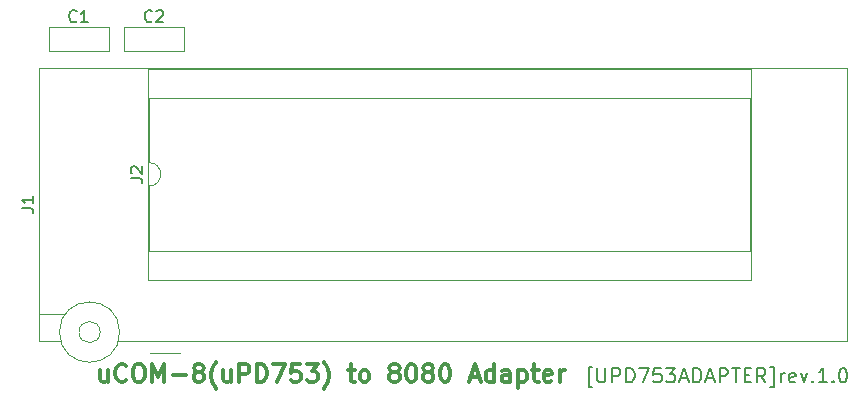
<source format=gbr>
%TF.GenerationSoftware,KiCad,Pcbnew,8.0.4*%
%TF.CreationDate,2024-09-01T17:43:29+09:00*%
%TF.ProjectId,uPD753adapter,75504437-3533-4616-9461-707465722e6b,rev?*%
%TF.SameCoordinates,Original*%
%TF.FileFunction,Legend,Top*%
%TF.FilePolarity,Positive*%
%FSLAX46Y46*%
G04 Gerber Fmt 4.6, Leading zero omitted, Abs format (unit mm)*
G04 Created by KiCad (PCBNEW 8.0.4) date 2024-09-01 17:43:29*
%MOMM*%
%LPD*%
G01*
G04 APERTURE LIST*
%ADD10C,0.300000*%
%ADD11C,0.150000*%
%ADD12C,0.120000*%
G04 APERTURE END LIST*
D10*
X8817368Y-31820828D02*
X8817368Y-32820828D01*
X8174510Y-31820828D02*
X8174510Y-32606542D01*
X8174510Y-32606542D02*
X8245939Y-32749400D01*
X8245939Y-32749400D02*
X8388796Y-32820828D01*
X8388796Y-32820828D02*
X8603082Y-32820828D01*
X8603082Y-32820828D02*
X8745939Y-32749400D01*
X8745939Y-32749400D02*
X8817368Y-32677971D01*
X10388796Y-32677971D02*
X10317368Y-32749400D01*
X10317368Y-32749400D02*
X10103082Y-32820828D01*
X10103082Y-32820828D02*
X9960225Y-32820828D01*
X9960225Y-32820828D02*
X9745939Y-32749400D01*
X9745939Y-32749400D02*
X9603082Y-32606542D01*
X9603082Y-32606542D02*
X9531653Y-32463685D01*
X9531653Y-32463685D02*
X9460225Y-32177971D01*
X9460225Y-32177971D02*
X9460225Y-31963685D01*
X9460225Y-31963685D02*
X9531653Y-31677971D01*
X9531653Y-31677971D02*
X9603082Y-31535114D01*
X9603082Y-31535114D02*
X9745939Y-31392257D01*
X9745939Y-31392257D02*
X9960225Y-31320828D01*
X9960225Y-31320828D02*
X10103082Y-31320828D01*
X10103082Y-31320828D02*
X10317368Y-31392257D01*
X10317368Y-31392257D02*
X10388796Y-31463685D01*
X11317368Y-31320828D02*
X11603082Y-31320828D01*
X11603082Y-31320828D02*
X11745939Y-31392257D01*
X11745939Y-31392257D02*
X11888796Y-31535114D01*
X11888796Y-31535114D02*
X11960225Y-31820828D01*
X11960225Y-31820828D02*
X11960225Y-32320828D01*
X11960225Y-32320828D02*
X11888796Y-32606542D01*
X11888796Y-32606542D02*
X11745939Y-32749400D01*
X11745939Y-32749400D02*
X11603082Y-32820828D01*
X11603082Y-32820828D02*
X11317368Y-32820828D01*
X11317368Y-32820828D02*
X11174511Y-32749400D01*
X11174511Y-32749400D02*
X11031653Y-32606542D01*
X11031653Y-32606542D02*
X10960225Y-32320828D01*
X10960225Y-32320828D02*
X10960225Y-31820828D01*
X10960225Y-31820828D02*
X11031653Y-31535114D01*
X11031653Y-31535114D02*
X11174511Y-31392257D01*
X11174511Y-31392257D02*
X11317368Y-31320828D01*
X12603082Y-32820828D02*
X12603082Y-31320828D01*
X12603082Y-31320828D02*
X13103082Y-32392257D01*
X13103082Y-32392257D02*
X13603082Y-31320828D01*
X13603082Y-31320828D02*
X13603082Y-32820828D01*
X14317368Y-32249400D02*
X15460226Y-32249400D01*
X16388797Y-31963685D02*
X16245940Y-31892257D01*
X16245940Y-31892257D02*
X16174511Y-31820828D01*
X16174511Y-31820828D02*
X16103083Y-31677971D01*
X16103083Y-31677971D02*
X16103083Y-31606542D01*
X16103083Y-31606542D02*
X16174511Y-31463685D01*
X16174511Y-31463685D02*
X16245940Y-31392257D01*
X16245940Y-31392257D02*
X16388797Y-31320828D01*
X16388797Y-31320828D02*
X16674511Y-31320828D01*
X16674511Y-31320828D02*
X16817369Y-31392257D01*
X16817369Y-31392257D02*
X16888797Y-31463685D01*
X16888797Y-31463685D02*
X16960226Y-31606542D01*
X16960226Y-31606542D02*
X16960226Y-31677971D01*
X16960226Y-31677971D02*
X16888797Y-31820828D01*
X16888797Y-31820828D02*
X16817369Y-31892257D01*
X16817369Y-31892257D02*
X16674511Y-31963685D01*
X16674511Y-31963685D02*
X16388797Y-31963685D01*
X16388797Y-31963685D02*
X16245940Y-32035114D01*
X16245940Y-32035114D02*
X16174511Y-32106542D01*
X16174511Y-32106542D02*
X16103083Y-32249400D01*
X16103083Y-32249400D02*
X16103083Y-32535114D01*
X16103083Y-32535114D02*
X16174511Y-32677971D01*
X16174511Y-32677971D02*
X16245940Y-32749400D01*
X16245940Y-32749400D02*
X16388797Y-32820828D01*
X16388797Y-32820828D02*
X16674511Y-32820828D01*
X16674511Y-32820828D02*
X16817369Y-32749400D01*
X16817369Y-32749400D02*
X16888797Y-32677971D01*
X16888797Y-32677971D02*
X16960226Y-32535114D01*
X16960226Y-32535114D02*
X16960226Y-32249400D01*
X16960226Y-32249400D02*
X16888797Y-32106542D01*
X16888797Y-32106542D02*
X16817369Y-32035114D01*
X16817369Y-32035114D02*
X16674511Y-31963685D01*
X18031654Y-33392257D02*
X17960225Y-33320828D01*
X17960225Y-33320828D02*
X17817368Y-33106542D01*
X17817368Y-33106542D02*
X17745940Y-32963685D01*
X17745940Y-32963685D02*
X17674511Y-32749400D01*
X17674511Y-32749400D02*
X17603082Y-32392257D01*
X17603082Y-32392257D02*
X17603082Y-32106542D01*
X17603082Y-32106542D02*
X17674511Y-31749400D01*
X17674511Y-31749400D02*
X17745940Y-31535114D01*
X17745940Y-31535114D02*
X17817368Y-31392257D01*
X17817368Y-31392257D02*
X17960225Y-31177971D01*
X17960225Y-31177971D02*
X18031654Y-31106542D01*
X19245940Y-31820828D02*
X19245940Y-32820828D01*
X18603082Y-31820828D02*
X18603082Y-32606542D01*
X18603082Y-32606542D02*
X18674511Y-32749400D01*
X18674511Y-32749400D02*
X18817368Y-32820828D01*
X18817368Y-32820828D02*
X19031654Y-32820828D01*
X19031654Y-32820828D02*
X19174511Y-32749400D01*
X19174511Y-32749400D02*
X19245940Y-32677971D01*
X19960225Y-32820828D02*
X19960225Y-31320828D01*
X19960225Y-31320828D02*
X20531654Y-31320828D01*
X20531654Y-31320828D02*
X20674511Y-31392257D01*
X20674511Y-31392257D02*
X20745940Y-31463685D01*
X20745940Y-31463685D02*
X20817368Y-31606542D01*
X20817368Y-31606542D02*
X20817368Y-31820828D01*
X20817368Y-31820828D02*
X20745940Y-31963685D01*
X20745940Y-31963685D02*
X20674511Y-32035114D01*
X20674511Y-32035114D02*
X20531654Y-32106542D01*
X20531654Y-32106542D02*
X19960225Y-32106542D01*
X21460225Y-32820828D02*
X21460225Y-31320828D01*
X21460225Y-31320828D02*
X21817368Y-31320828D01*
X21817368Y-31320828D02*
X22031654Y-31392257D01*
X22031654Y-31392257D02*
X22174511Y-31535114D01*
X22174511Y-31535114D02*
X22245940Y-31677971D01*
X22245940Y-31677971D02*
X22317368Y-31963685D01*
X22317368Y-31963685D02*
X22317368Y-32177971D01*
X22317368Y-32177971D02*
X22245940Y-32463685D01*
X22245940Y-32463685D02*
X22174511Y-32606542D01*
X22174511Y-32606542D02*
X22031654Y-32749400D01*
X22031654Y-32749400D02*
X21817368Y-32820828D01*
X21817368Y-32820828D02*
X21460225Y-32820828D01*
X22817368Y-31320828D02*
X23817368Y-31320828D01*
X23817368Y-31320828D02*
X23174511Y-32820828D01*
X25103082Y-31320828D02*
X24388796Y-31320828D01*
X24388796Y-31320828D02*
X24317368Y-32035114D01*
X24317368Y-32035114D02*
X24388796Y-31963685D01*
X24388796Y-31963685D02*
X24531654Y-31892257D01*
X24531654Y-31892257D02*
X24888796Y-31892257D01*
X24888796Y-31892257D02*
X25031654Y-31963685D01*
X25031654Y-31963685D02*
X25103082Y-32035114D01*
X25103082Y-32035114D02*
X25174511Y-32177971D01*
X25174511Y-32177971D02*
X25174511Y-32535114D01*
X25174511Y-32535114D02*
X25103082Y-32677971D01*
X25103082Y-32677971D02*
X25031654Y-32749400D01*
X25031654Y-32749400D02*
X24888796Y-32820828D01*
X24888796Y-32820828D02*
X24531654Y-32820828D01*
X24531654Y-32820828D02*
X24388796Y-32749400D01*
X24388796Y-32749400D02*
X24317368Y-32677971D01*
X25674510Y-31320828D02*
X26603082Y-31320828D01*
X26603082Y-31320828D02*
X26103082Y-31892257D01*
X26103082Y-31892257D02*
X26317367Y-31892257D01*
X26317367Y-31892257D02*
X26460225Y-31963685D01*
X26460225Y-31963685D02*
X26531653Y-32035114D01*
X26531653Y-32035114D02*
X26603082Y-32177971D01*
X26603082Y-32177971D02*
X26603082Y-32535114D01*
X26603082Y-32535114D02*
X26531653Y-32677971D01*
X26531653Y-32677971D02*
X26460225Y-32749400D01*
X26460225Y-32749400D02*
X26317367Y-32820828D01*
X26317367Y-32820828D02*
X25888796Y-32820828D01*
X25888796Y-32820828D02*
X25745939Y-32749400D01*
X25745939Y-32749400D02*
X25674510Y-32677971D01*
X27103081Y-33392257D02*
X27174510Y-33320828D01*
X27174510Y-33320828D02*
X27317367Y-33106542D01*
X27317367Y-33106542D02*
X27388796Y-32963685D01*
X27388796Y-32963685D02*
X27460224Y-32749400D01*
X27460224Y-32749400D02*
X27531653Y-32392257D01*
X27531653Y-32392257D02*
X27531653Y-32106542D01*
X27531653Y-32106542D02*
X27460224Y-31749400D01*
X27460224Y-31749400D02*
X27388796Y-31535114D01*
X27388796Y-31535114D02*
X27317367Y-31392257D01*
X27317367Y-31392257D02*
X27174510Y-31177971D01*
X27174510Y-31177971D02*
X27103081Y-31106542D01*
X29174510Y-31820828D02*
X29745938Y-31820828D01*
X29388795Y-31320828D02*
X29388795Y-32606542D01*
X29388795Y-32606542D02*
X29460224Y-32749400D01*
X29460224Y-32749400D02*
X29603081Y-32820828D01*
X29603081Y-32820828D02*
X29745938Y-32820828D01*
X30460224Y-32820828D02*
X30317367Y-32749400D01*
X30317367Y-32749400D02*
X30245938Y-32677971D01*
X30245938Y-32677971D02*
X30174510Y-32535114D01*
X30174510Y-32535114D02*
X30174510Y-32106542D01*
X30174510Y-32106542D02*
X30245938Y-31963685D01*
X30245938Y-31963685D02*
X30317367Y-31892257D01*
X30317367Y-31892257D02*
X30460224Y-31820828D01*
X30460224Y-31820828D02*
X30674510Y-31820828D01*
X30674510Y-31820828D02*
X30817367Y-31892257D01*
X30817367Y-31892257D02*
X30888796Y-31963685D01*
X30888796Y-31963685D02*
X30960224Y-32106542D01*
X30960224Y-32106542D02*
X30960224Y-32535114D01*
X30960224Y-32535114D02*
X30888796Y-32677971D01*
X30888796Y-32677971D02*
X30817367Y-32749400D01*
X30817367Y-32749400D02*
X30674510Y-32820828D01*
X30674510Y-32820828D02*
X30460224Y-32820828D01*
X32960224Y-31963685D02*
X32817367Y-31892257D01*
X32817367Y-31892257D02*
X32745938Y-31820828D01*
X32745938Y-31820828D02*
X32674510Y-31677971D01*
X32674510Y-31677971D02*
X32674510Y-31606542D01*
X32674510Y-31606542D02*
X32745938Y-31463685D01*
X32745938Y-31463685D02*
X32817367Y-31392257D01*
X32817367Y-31392257D02*
X32960224Y-31320828D01*
X32960224Y-31320828D02*
X33245938Y-31320828D01*
X33245938Y-31320828D02*
X33388796Y-31392257D01*
X33388796Y-31392257D02*
X33460224Y-31463685D01*
X33460224Y-31463685D02*
X33531653Y-31606542D01*
X33531653Y-31606542D02*
X33531653Y-31677971D01*
X33531653Y-31677971D02*
X33460224Y-31820828D01*
X33460224Y-31820828D02*
X33388796Y-31892257D01*
X33388796Y-31892257D02*
X33245938Y-31963685D01*
X33245938Y-31963685D02*
X32960224Y-31963685D01*
X32960224Y-31963685D02*
X32817367Y-32035114D01*
X32817367Y-32035114D02*
X32745938Y-32106542D01*
X32745938Y-32106542D02*
X32674510Y-32249400D01*
X32674510Y-32249400D02*
X32674510Y-32535114D01*
X32674510Y-32535114D02*
X32745938Y-32677971D01*
X32745938Y-32677971D02*
X32817367Y-32749400D01*
X32817367Y-32749400D02*
X32960224Y-32820828D01*
X32960224Y-32820828D02*
X33245938Y-32820828D01*
X33245938Y-32820828D02*
X33388796Y-32749400D01*
X33388796Y-32749400D02*
X33460224Y-32677971D01*
X33460224Y-32677971D02*
X33531653Y-32535114D01*
X33531653Y-32535114D02*
X33531653Y-32249400D01*
X33531653Y-32249400D02*
X33460224Y-32106542D01*
X33460224Y-32106542D02*
X33388796Y-32035114D01*
X33388796Y-32035114D02*
X33245938Y-31963685D01*
X34460224Y-31320828D02*
X34603081Y-31320828D01*
X34603081Y-31320828D02*
X34745938Y-31392257D01*
X34745938Y-31392257D02*
X34817367Y-31463685D01*
X34817367Y-31463685D02*
X34888795Y-31606542D01*
X34888795Y-31606542D02*
X34960224Y-31892257D01*
X34960224Y-31892257D02*
X34960224Y-32249400D01*
X34960224Y-32249400D02*
X34888795Y-32535114D01*
X34888795Y-32535114D02*
X34817367Y-32677971D01*
X34817367Y-32677971D02*
X34745938Y-32749400D01*
X34745938Y-32749400D02*
X34603081Y-32820828D01*
X34603081Y-32820828D02*
X34460224Y-32820828D01*
X34460224Y-32820828D02*
X34317367Y-32749400D01*
X34317367Y-32749400D02*
X34245938Y-32677971D01*
X34245938Y-32677971D02*
X34174509Y-32535114D01*
X34174509Y-32535114D02*
X34103081Y-32249400D01*
X34103081Y-32249400D02*
X34103081Y-31892257D01*
X34103081Y-31892257D02*
X34174509Y-31606542D01*
X34174509Y-31606542D02*
X34245938Y-31463685D01*
X34245938Y-31463685D02*
X34317367Y-31392257D01*
X34317367Y-31392257D02*
X34460224Y-31320828D01*
X35817366Y-31963685D02*
X35674509Y-31892257D01*
X35674509Y-31892257D02*
X35603080Y-31820828D01*
X35603080Y-31820828D02*
X35531652Y-31677971D01*
X35531652Y-31677971D02*
X35531652Y-31606542D01*
X35531652Y-31606542D02*
X35603080Y-31463685D01*
X35603080Y-31463685D02*
X35674509Y-31392257D01*
X35674509Y-31392257D02*
X35817366Y-31320828D01*
X35817366Y-31320828D02*
X36103080Y-31320828D01*
X36103080Y-31320828D02*
X36245938Y-31392257D01*
X36245938Y-31392257D02*
X36317366Y-31463685D01*
X36317366Y-31463685D02*
X36388795Y-31606542D01*
X36388795Y-31606542D02*
X36388795Y-31677971D01*
X36388795Y-31677971D02*
X36317366Y-31820828D01*
X36317366Y-31820828D02*
X36245938Y-31892257D01*
X36245938Y-31892257D02*
X36103080Y-31963685D01*
X36103080Y-31963685D02*
X35817366Y-31963685D01*
X35817366Y-31963685D02*
X35674509Y-32035114D01*
X35674509Y-32035114D02*
X35603080Y-32106542D01*
X35603080Y-32106542D02*
X35531652Y-32249400D01*
X35531652Y-32249400D02*
X35531652Y-32535114D01*
X35531652Y-32535114D02*
X35603080Y-32677971D01*
X35603080Y-32677971D02*
X35674509Y-32749400D01*
X35674509Y-32749400D02*
X35817366Y-32820828D01*
X35817366Y-32820828D02*
X36103080Y-32820828D01*
X36103080Y-32820828D02*
X36245938Y-32749400D01*
X36245938Y-32749400D02*
X36317366Y-32677971D01*
X36317366Y-32677971D02*
X36388795Y-32535114D01*
X36388795Y-32535114D02*
X36388795Y-32249400D01*
X36388795Y-32249400D02*
X36317366Y-32106542D01*
X36317366Y-32106542D02*
X36245938Y-32035114D01*
X36245938Y-32035114D02*
X36103080Y-31963685D01*
X37317366Y-31320828D02*
X37460223Y-31320828D01*
X37460223Y-31320828D02*
X37603080Y-31392257D01*
X37603080Y-31392257D02*
X37674509Y-31463685D01*
X37674509Y-31463685D02*
X37745937Y-31606542D01*
X37745937Y-31606542D02*
X37817366Y-31892257D01*
X37817366Y-31892257D02*
X37817366Y-32249400D01*
X37817366Y-32249400D02*
X37745937Y-32535114D01*
X37745937Y-32535114D02*
X37674509Y-32677971D01*
X37674509Y-32677971D02*
X37603080Y-32749400D01*
X37603080Y-32749400D02*
X37460223Y-32820828D01*
X37460223Y-32820828D02*
X37317366Y-32820828D01*
X37317366Y-32820828D02*
X37174509Y-32749400D01*
X37174509Y-32749400D02*
X37103080Y-32677971D01*
X37103080Y-32677971D02*
X37031651Y-32535114D01*
X37031651Y-32535114D02*
X36960223Y-32249400D01*
X36960223Y-32249400D02*
X36960223Y-31892257D01*
X36960223Y-31892257D02*
X37031651Y-31606542D01*
X37031651Y-31606542D02*
X37103080Y-31463685D01*
X37103080Y-31463685D02*
X37174509Y-31392257D01*
X37174509Y-31392257D02*
X37317366Y-31320828D01*
X39531651Y-32392257D02*
X40245937Y-32392257D01*
X39388794Y-32820828D02*
X39888794Y-31320828D01*
X39888794Y-31320828D02*
X40388794Y-32820828D01*
X41531651Y-32820828D02*
X41531651Y-31320828D01*
X41531651Y-32749400D02*
X41388793Y-32820828D01*
X41388793Y-32820828D02*
X41103079Y-32820828D01*
X41103079Y-32820828D02*
X40960222Y-32749400D01*
X40960222Y-32749400D02*
X40888793Y-32677971D01*
X40888793Y-32677971D02*
X40817365Y-32535114D01*
X40817365Y-32535114D02*
X40817365Y-32106542D01*
X40817365Y-32106542D02*
X40888793Y-31963685D01*
X40888793Y-31963685D02*
X40960222Y-31892257D01*
X40960222Y-31892257D02*
X41103079Y-31820828D01*
X41103079Y-31820828D02*
X41388793Y-31820828D01*
X41388793Y-31820828D02*
X41531651Y-31892257D01*
X42888794Y-32820828D02*
X42888794Y-32035114D01*
X42888794Y-32035114D02*
X42817365Y-31892257D01*
X42817365Y-31892257D02*
X42674508Y-31820828D01*
X42674508Y-31820828D02*
X42388794Y-31820828D01*
X42388794Y-31820828D02*
X42245936Y-31892257D01*
X42888794Y-32749400D02*
X42745936Y-32820828D01*
X42745936Y-32820828D02*
X42388794Y-32820828D01*
X42388794Y-32820828D02*
X42245936Y-32749400D01*
X42245936Y-32749400D02*
X42174508Y-32606542D01*
X42174508Y-32606542D02*
X42174508Y-32463685D01*
X42174508Y-32463685D02*
X42245936Y-32320828D01*
X42245936Y-32320828D02*
X42388794Y-32249400D01*
X42388794Y-32249400D02*
X42745936Y-32249400D01*
X42745936Y-32249400D02*
X42888794Y-32177971D01*
X43603079Y-31820828D02*
X43603079Y-33320828D01*
X43603079Y-31892257D02*
X43745937Y-31820828D01*
X43745937Y-31820828D02*
X44031651Y-31820828D01*
X44031651Y-31820828D02*
X44174508Y-31892257D01*
X44174508Y-31892257D02*
X44245937Y-31963685D01*
X44245937Y-31963685D02*
X44317365Y-32106542D01*
X44317365Y-32106542D02*
X44317365Y-32535114D01*
X44317365Y-32535114D02*
X44245937Y-32677971D01*
X44245937Y-32677971D02*
X44174508Y-32749400D01*
X44174508Y-32749400D02*
X44031651Y-32820828D01*
X44031651Y-32820828D02*
X43745937Y-32820828D01*
X43745937Y-32820828D02*
X43603079Y-32749400D01*
X44745937Y-31820828D02*
X45317365Y-31820828D01*
X44960222Y-31320828D02*
X44960222Y-32606542D01*
X44960222Y-32606542D02*
X45031651Y-32749400D01*
X45031651Y-32749400D02*
X45174508Y-32820828D01*
X45174508Y-32820828D02*
X45317365Y-32820828D01*
X46388794Y-32749400D02*
X46245937Y-32820828D01*
X46245937Y-32820828D02*
X45960223Y-32820828D01*
X45960223Y-32820828D02*
X45817365Y-32749400D01*
X45817365Y-32749400D02*
X45745937Y-32606542D01*
X45745937Y-32606542D02*
X45745937Y-32035114D01*
X45745937Y-32035114D02*
X45817365Y-31892257D01*
X45817365Y-31892257D02*
X45960223Y-31820828D01*
X45960223Y-31820828D02*
X46245937Y-31820828D01*
X46245937Y-31820828D02*
X46388794Y-31892257D01*
X46388794Y-31892257D02*
X46460223Y-32035114D01*
X46460223Y-32035114D02*
X46460223Y-32177971D01*
X46460223Y-32177971D02*
X45745937Y-32320828D01*
X47103079Y-32820828D02*
X47103079Y-31820828D01*
X47103079Y-32106542D02*
X47174508Y-31963685D01*
X47174508Y-31963685D02*
X47245937Y-31892257D01*
X47245937Y-31892257D02*
X47388794Y-31820828D01*
X47388794Y-31820828D02*
X47531651Y-31820828D01*
D11*
X49827745Y-33265342D02*
X49542031Y-33265342D01*
X49542031Y-33265342D02*
X49542031Y-31551057D01*
X49542031Y-31551057D02*
X49827745Y-31551057D01*
X50284888Y-31665342D02*
X50284888Y-32636771D01*
X50284888Y-32636771D02*
X50342031Y-32751057D01*
X50342031Y-32751057D02*
X50399174Y-32808200D01*
X50399174Y-32808200D02*
X50513459Y-32865342D01*
X50513459Y-32865342D02*
X50742031Y-32865342D01*
X50742031Y-32865342D02*
X50856316Y-32808200D01*
X50856316Y-32808200D02*
X50913459Y-32751057D01*
X50913459Y-32751057D02*
X50970602Y-32636771D01*
X50970602Y-32636771D02*
X50970602Y-31665342D01*
X51542031Y-32865342D02*
X51542031Y-31665342D01*
X51542031Y-31665342D02*
X51999174Y-31665342D01*
X51999174Y-31665342D02*
X52113459Y-31722485D01*
X52113459Y-31722485D02*
X52170602Y-31779628D01*
X52170602Y-31779628D02*
X52227745Y-31893914D01*
X52227745Y-31893914D02*
X52227745Y-32065342D01*
X52227745Y-32065342D02*
X52170602Y-32179628D01*
X52170602Y-32179628D02*
X52113459Y-32236771D01*
X52113459Y-32236771D02*
X51999174Y-32293914D01*
X51999174Y-32293914D02*
X51542031Y-32293914D01*
X52742031Y-32865342D02*
X52742031Y-31665342D01*
X52742031Y-31665342D02*
X53027745Y-31665342D01*
X53027745Y-31665342D02*
X53199174Y-31722485D01*
X53199174Y-31722485D02*
X53313459Y-31836771D01*
X53313459Y-31836771D02*
X53370602Y-31951057D01*
X53370602Y-31951057D02*
X53427745Y-32179628D01*
X53427745Y-32179628D02*
X53427745Y-32351057D01*
X53427745Y-32351057D02*
X53370602Y-32579628D01*
X53370602Y-32579628D02*
X53313459Y-32693914D01*
X53313459Y-32693914D02*
X53199174Y-32808200D01*
X53199174Y-32808200D02*
X53027745Y-32865342D01*
X53027745Y-32865342D02*
X52742031Y-32865342D01*
X53827745Y-31665342D02*
X54627745Y-31665342D01*
X54627745Y-31665342D02*
X54113459Y-32865342D01*
X55656316Y-31665342D02*
X55084888Y-31665342D01*
X55084888Y-31665342D02*
X55027745Y-32236771D01*
X55027745Y-32236771D02*
X55084888Y-32179628D01*
X55084888Y-32179628D02*
X55199174Y-32122485D01*
X55199174Y-32122485D02*
X55484888Y-32122485D01*
X55484888Y-32122485D02*
X55599174Y-32179628D01*
X55599174Y-32179628D02*
X55656316Y-32236771D01*
X55656316Y-32236771D02*
X55713459Y-32351057D01*
X55713459Y-32351057D02*
X55713459Y-32636771D01*
X55713459Y-32636771D02*
X55656316Y-32751057D01*
X55656316Y-32751057D02*
X55599174Y-32808200D01*
X55599174Y-32808200D02*
X55484888Y-32865342D01*
X55484888Y-32865342D02*
X55199174Y-32865342D01*
X55199174Y-32865342D02*
X55084888Y-32808200D01*
X55084888Y-32808200D02*
X55027745Y-32751057D01*
X56113459Y-31665342D02*
X56856316Y-31665342D01*
X56856316Y-31665342D02*
X56456316Y-32122485D01*
X56456316Y-32122485D02*
X56627745Y-32122485D01*
X56627745Y-32122485D02*
X56742031Y-32179628D01*
X56742031Y-32179628D02*
X56799173Y-32236771D01*
X56799173Y-32236771D02*
X56856316Y-32351057D01*
X56856316Y-32351057D02*
X56856316Y-32636771D01*
X56856316Y-32636771D02*
X56799173Y-32751057D01*
X56799173Y-32751057D02*
X56742031Y-32808200D01*
X56742031Y-32808200D02*
X56627745Y-32865342D01*
X56627745Y-32865342D02*
X56284888Y-32865342D01*
X56284888Y-32865342D02*
X56170602Y-32808200D01*
X56170602Y-32808200D02*
X56113459Y-32751057D01*
X57313459Y-32522485D02*
X57884888Y-32522485D01*
X57199173Y-32865342D02*
X57599173Y-31665342D01*
X57599173Y-31665342D02*
X57999173Y-32865342D01*
X58399173Y-32865342D02*
X58399173Y-31665342D01*
X58399173Y-31665342D02*
X58684887Y-31665342D01*
X58684887Y-31665342D02*
X58856316Y-31722485D01*
X58856316Y-31722485D02*
X58970601Y-31836771D01*
X58970601Y-31836771D02*
X59027744Y-31951057D01*
X59027744Y-31951057D02*
X59084887Y-32179628D01*
X59084887Y-32179628D02*
X59084887Y-32351057D01*
X59084887Y-32351057D02*
X59027744Y-32579628D01*
X59027744Y-32579628D02*
X58970601Y-32693914D01*
X58970601Y-32693914D02*
X58856316Y-32808200D01*
X58856316Y-32808200D02*
X58684887Y-32865342D01*
X58684887Y-32865342D02*
X58399173Y-32865342D01*
X59542030Y-32522485D02*
X60113459Y-32522485D01*
X59427744Y-32865342D02*
X59827744Y-31665342D01*
X59827744Y-31665342D02*
X60227744Y-32865342D01*
X60627744Y-32865342D02*
X60627744Y-31665342D01*
X60627744Y-31665342D02*
X61084887Y-31665342D01*
X61084887Y-31665342D02*
X61199172Y-31722485D01*
X61199172Y-31722485D02*
X61256315Y-31779628D01*
X61256315Y-31779628D02*
X61313458Y-31893914D01*
X61313458Y-31893914D02*
X61313458Y-32065342D01*
X61313458Y-32065342D02*
X61256315Y-32179628D01*
X61256315Y-32179628D02*
X61199172Y-32236771D01*
X61199172Y-32236771D02*
X61084887Y-32293914D01*
X61084887Y-32293914D02*
X60627744Y-32293914D01*
X61656315Y-31665342D02*
X62342030Y-31665342D01*
X61999172Y-32865342D02*
X61999172Y-31665342D01*
X62742030Y-32236771D02*
X63142030Y-32236771D01*
X63313458Y-32865342D02*
X62742030Y-32865342D01*
X62742030Y-32865342D02*
X62742030Y-31665342D01*
X62742030Y-31665342D02*
X63313458Y-31665342D01*
X64513458Y-32865342D02*
X64113458Y-32293914D01*
X63827744Y-32865342D02*
X63827744Y-31665342D01*
X63827744Y-31665342D02*
X64284887Y-31665342D01*
X64284887Y-31665342D02*
X64399172Y-31722485D01*
X64399172Y-31722485D02*
X64456315Y-31779628D01*
X64456315Y-31779628D02*
X64513458Y-31893914D01*
X64513458Y-31893914D02*
X64513458Y-32065342D01*
X64513458Y-32065342D02*
X64456315Y-32179628D01*
X64456315Y-32179628D02*
X64399172Y-32236771D01*
X64399172Y-32236771D02*
X64284887Y-32293914D01*
X64284887Y-32293914D02*
X63827744Y-32293914D01*
X64913458Y-33265342D02*
X65199172Y-33265342D01*
X65199172Y-33265342D02*
X65199172Y-31551057D01*
X65199172Y-31551057D02*
X64913458Y-31551057D01*
X65827744Y-32865342D02*
X65827744Y-32065342D01*
X65827744Y-32293914D02*
X65884887Y-32179628D01*
X65884887Y-32179628D02*
X65942030Y-32122485D01*
X65942030Y-32122485D02*
X66056315Y-32065342D01*
X66056315Y-32065342D02*
X66170601Y-32065342D01*
X67027744Y-32808200D02*
X66913458Y-32865342D01*
X66913458Y-32865342D02*
X66684887Y-32865342D01*
X66684887Y-32865342D02*
X66570601Y-32808200D01*
X66570601Y-32808200D02*
X66513458Y-32693914D01*
X66513458Y-32693914D02*
X66513458Y-32236771D01*
X66513458Y-32236771D02*
X66570601Y-32122485D01*
X66570601Y-32122485D02*
X66684887Y-32065342D01*
X66684887Y-32065342D02*
X66913458Y-32065342D01*
X66913458Y-32065342D02*
X67027744Y-32122485D01*
X67027744Y-32122485D02*
X67084887Y-32236771D01*
X67084887Y-32236771D02*
X67084887Y-32351057D01*
X67084887Y-32351057D02*
X66513458Y-32465342D01*
X67484886Y-32065342D02*
X67770600Y-32865342D01*
X67770600Y-32865342D02*
X68056315Y-32065342D01*
X68513458Y-32751057D02*
X68570601Y-32808200D01*
X68570601Y-32808200D02*
X68513458Y-32865342D01*
X68513458Y-32865342D02*
X68456315Y-32808200D01*
X68456315Y-32808200D02*
X68513458Y-32751057D01*
X68513458Y-32751057D02*
X68513458Y-32865342D01*
X69713458Y-32865342D02*
X69027744Y-32865342D01*
X69370601Y-32865342D02*
X69370601Y-31665342D01*
X69370601Y-31665342D02*
X69256315Y-31836771D01*
X69256315Y-31836771D02*
X69142030Y-31951057D01*
X69142030Y-31951057D02*
X69027744Y-32008200D01*
X70227744Y-32751057D02*
X70284887Y-32808200D01*
X70284887Y-32808200D02*
X70227744Y-32865342D01*
X70227744Y-32865342D02*
X70170601Y-32808200D01*
X70170601Y-32808200D02*
X70227744Y-32751057D01*
X70227744Y-32751057D02*
X70227744Y-32865342D01*
X71027744Y-31665342D02*
X71142030Y-31665342D01*
X71142030Y-31665342D02*
X71256316Y-31722485D01*
X71256316Y-31722485D02*
X71313459Y-31779628D01*
X71313459Y-31779628D02*
X71370601Y-31893914D01*
X71370601Y-31893914D02*
X71427744Y-32122485D01*
X71427744Y-32122485D02*
X71427744Y-32408200D01*
X71427744Y-32408200D02*
X71370601Y-32636771D01*
X71370601Y-32636771D02*
X71313459Y-32751057D01*
X71313459Y-32751057D02*
X71256316Y-32808200D01*
X71256316Y-32808200D02*
X71142030Y-32865342D01*
X71142030Y-32865342D02*
X71027744Y-32865342D01*
X71027744Y-32865342D02*
X70913459Y-32808200D01*
X70913459Y-32808200D02*
X70856316Y-32751057D01*
X70856316Y-32751057D02*
X70799173Y-32636771D01*
X70799173Y-32636771D02*
X70742030Y-32408200D01*
X70742030Y-32408200D02*
X70742030Y-32122485D01*
X70742030Y-32122485D02*
X70799173Y-31893914D01*
X70799173Y-31893914D02*
X70856316Y-31779628D01*
X70856316Y-31779628D02*
X70913459Y-31722485D01*
X70913459Y-31722485D02*
X71027744Y-31665342D01*
X1532819Y-18113333D02*
X2247104Y-18113333D01*
X2247104Y-18113333D02*
X2389961Y-18160952D01*
X2389961Y-18160952D02*
X2485200Y-18256190D01*
X2485200Y-18256190D02*
X2532819Y-18399047D01*
X2532819Y-18399047D02*
X2532819Y-18494285D01*
X2532819Y-17113333D02*
X2532819Y-17684761D01*
X2532819Y-17399047D02*
X1532819Y-17399047D01*
X1532819Y-17399047D02*
X1675676Y-17494285D01*
X1675676Y-17494285D02*
X1770914Y-17589523D01*
X1770914Y-17589523D02*
X1818533Y-17684761D01*
X12573333Y-2264580D02*
X12525714Y-2312200D01*
X12525714Y-2312200D02*
X12382857Y-2359819D01*
X12382857Y-2359819D02*
X12287619Y-2359819D01*
X12287619Y-2359819D02*
X12144762Y-2312200D01*
X12144762Y-2312200D02*
X12049524Y-2216961D01*
X12049524Y-2216961D02*
X12001905Y-2121723D01*
X12001905Y-2121723D02*
X11954286Y-1931247D01*
X11954286Y-1931247D02*
X11954286Y-1788390D01*
X11954286Y-1788390D02*
X12001905Y-1597914D01*
X12001905Y-1597914D02*
X12049524Y-1502676D01*
X12049524Y-1502676D02*
X12144762Y-1407438D01*
X12144762Y-1407438D02*
X12287619Y-1359819D01*
X12287619Y-1359819D02*
X12382857Y-1359819D01*
X12382857Y-1359819D02*
X12525714Y-1407438D01*
X12525714Y-1407438D02*
X12573333Y-1455057D01*
X12954286Y-1455057D02*
X13001905Y-1407438D01*
X13001905Y-1407438D02*
X13097143Y-1359819D01*
X13097143Y-1359819D02*
X13335238Y-1359819D01*
X13335238Y-1359819D02*
X13430476Y-1407438D01*
X13430476Y-1407438D02*
X13478095Y-1455057D01*
X13478095Y-1455057D02*
X13525714Y-1550295D01*
X13525714Y-1550295D02*
X13525714Y-1645533D01*
X13525714Y-1645533D02*
X13478095Y-1788390D01*
X13478095Y-1788390D02*
X12906667Y-2359819D01*
X12906667Y-2359819D02*
X13525714Y-2359819D01*
X10762819Y-15573333D02*
X11477104Y-15573333D01*
X11477104Y-15573333D02*
X11619961Y-15620952D01*
X11619961Y-15620952D02*
X11715200Y-15716190D01*
X11715200Y-15716190D02*
X11762819Y-15859047D01*
X11762819Y-15859047D02*
X11762819Y-15954285D01*
X10858057Y-15144761D02*
X10810438Y-15097142D01*
X10810438Y-15097142D02*
X10762819Y-15001904D01*
X10762819Y-15001904D02*
X10762819Y-14763809D01*
X10762819Y-14763809D02*
X10810438Y-14668571D01*
X10810438Y-14668571D02*
X10858057Y-14620952D01*
X10858057Y-14620952D02*
X10953295Y-14573333D01*
X10953295Y-14573333D02*
X11048533Y-14573333D01*
X11048533Y-14573333D02*
X11191390Y-14620952D01*
X11191390Y-14620952D02*
X11762819Y-15192380D01*
X11762819Y-15192380D02*
X11762819Y-14573333D01*
X6183333Y-2264580D02*
X6135714Y-2312200D01*
X6135714Y-2312200D02*
X5992857Y-2359819D01*
X5992857Y-2359819D02*
X5897619Y-2359819D01*
X5897619Y-2359819D02*
X5754762Y-2312200D01*
X5754762Y-2312200D02*
X5659524Y-2216961D01*
X5659524Y-2216961D02*
X5611905Y-2121723D01*
X5611905Y-2121723D02*
X5564286Y-1931247D01*
X5564286Y-1931247D02*
X5564286Y-1788390D01*
X5564286Y-1788390D02*
X5611905Y-1597914D01*
X5611905Y-1597914D02*
X5659524Y-1502676D01*
X5659524Y-1502676D02*
X5754762Y-1407438D01*
X5754762Y-1407438D02*
X5897619Y-1359819D01*
X5897619Y-1359819D02*
X5992857Y-1359819D01*
X5992857Y-1359819D02*
X6135714Y-1407438D01*
X6135714Y-1407438D02*
X6183333Y-1455057D01*
X7135714Y-2359819D02*
X6564286Y-2359819D01*
X6850000Y-2359819D02*
X6850000Y-1359819D01*
X6850000Y-1359819D02*
X6754762Y-1502676D01*
X6754762Y-1502676D02*
X6659524Y-1597914D01*
X6659524Y-1597914D02*
X6564286Y-1645533D01*
D12*
%TO.C,J1*%
X2978000Y-6230000D02*
X2978000Y-29330000D01*
X2978000Y-27050000D02*
X5238000Y-27050000D01*
X2978000Y-29330000D02*
X4838000Y-29330000D01*
X9738000Y-29330000D02*
X71378000Y-29330000D01*
X14908000Y-30350000D02*
X12368000Y-30350000D01*
X71378000Y-6230000D02*
X2978000Y-6230000D01*
X71378000Y-29330000D02*
X71378000Y-6230000D01*
X9838000Y-28600000D02*
G75*
G02*
X4738000Y-28600000I-2550000J0D01*
G01*
X4738000Y-28600000D02*
G75*
G02*
X9838000Y-28600000I2550000J0D01*
G01*
X8188000Y-28600000D02*
G75*
G02*
X6388000Y-28600000I-900000J0D01*
G01*
X6388000Y-28600000D02*
G75*
G02*
X8188000Y-28600000I900000J0D01*
G01*
%TO.C,C2*%
X10170000Y-4810000D02*
X10170000Y-2810000D01*
X15270000Y-2810000D02*
X10170000Y-2810000D01*
X15270000Y-4810000D02*
X10170000Y-4810000D01*
X15270000Y-4810000D02*
X15270000Y-2810000D01*
%TO.C,J2*%
X12248000Y-6290000D02*
X12248000Y-24190000D01*
X12248000Y-24190000D02*
X63288000Y-24190000D01*
X12308000Y-8780000D02*
X12308000Y-14240000D01*
X12308000Y-16240000D02*
X12308000Y-21700000D01*
X12308000Y-21700000D02*
X63228000Y-21700000D01*
X63228000Y-8780000D02*
X12308000Y-8780000D01*
X63228000Y-21700000D02*
X63228000Y-8780000D01*
X63288000Y-6290000D02*
X12248000Y-6290000D01*
X63288000Y-24190000D02*
X63288000Y-6290000D01*
X12308000Y-14240000D02*
G75*
G02*
X12308000Y-16240000I0J-1000000D01*
G01*
%TO.C,C1*%
X3820000Y-4810000D02*
X3820000Y-2810000D01*
X8920000Y-2810000D02*
X3820000Y-2810000D01*
X8920000Y-4810000D02*
X3820000Y-4810000D01*
X8920000Y-4810000D02*
X8920000Y-2810000D01*
%TD*%
M02*

</source>
